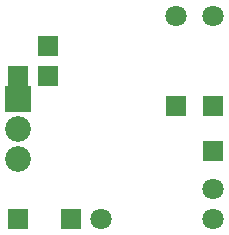
<source format=gbs>
G04 (created by PCBNEW (2013-07-07 BZR 4022)-stable) date 10/06/2015 20:15:53*
%MOIN*%
G04 Gerber Fmt 3.4, Leading zero omitted, Abs format*
%FSLAX34Y34*%
G01*
G70*
G90*
G04 APERTURE LIST*
%ADD10C,0.00590551*%
%ADD11R,0.070748X0.070748*%
%ADD12C,0.070748*%
%ADD13C,0.085748*%
%ADD14R,0.085748X0.085748*%
G04 APERTURE END LIST*
G54D10*
G54D11*
X41500Y-32000D03*
X35000Y-34250D03*
X36000Y-29500D03*
X36000Y-28500D03*
X35000Y-29500D03*
X36750Y-34250D03*
G54D12*
X37750Y-34250D03*
G54D11*
X40250Y-30500D03*
G54D12*
X40250Y-27500D03*
G54D11*
X41500Y-30500D03*
G54D12*
X41500Y-27500D03*
X41500Y-33250D03*
X41500Y-34250D03*
G54D13*
X35000Y-32250D03*
X35000Y-31250D03*
G54D14*
X35000Y-30250D03*
M02*

</source>
